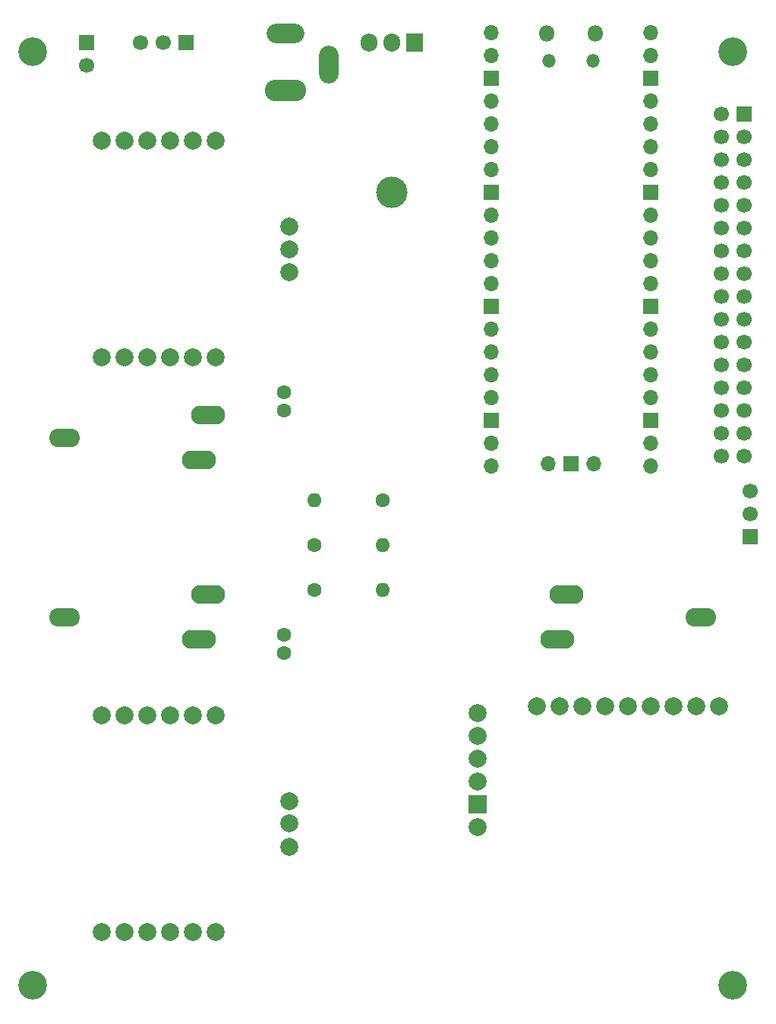
<source format=gbr>
%TF.GenerationSoftware,KiCad,Pcbnew,9.0.2*%
%TF.CreationDate,2025-06-25T22:06:46+02:00*%
%TF.ProjectId,baseboard,62617365-626f-4617-9264-2e6b69636164,rev?*%
%TF.SameCoordinates,Original*%
%TF.FileFunction,Soldermask,Bot*%
%TF.FilePolarity,Negative*%
%FSLAX46Y46*%
G04 Gerber Fmt 4.6, Leading zero omitted, Abs format (unit mm)*
G04 Created by KiCad (PCBNEW 9.0.2) date 2025-06-25 22:06:46*
%MOMM*%
%LPD*%
G01*
G04 APERTURE LIST*
%ADD10C,1.600000*%
%ADD11O,1.600000X1.600000*%
%ADD12R,1.700000X1.700000*%
%ADD13C,1.700000*%
%ADD14C,2.000000*%
%ADD15C,3.200000*%
%ADD16O,1.800000X1.800000*%
%ADD17O,1.500000X1.500000*%
%ADD18O,1.700000X1.700000*%
%ADD19R,2.000000X2.000000*%
%ADD20C,3.500000*%
%ADD21R,1.905000X2.000000*%
%ADD22O,1.905000X2.000000*%
%ADD23O,4.604000X2.404000*%
%ADD24O,4.204000X2.204000*%
%ADD25O,2.204000X4.204000*%
%ADD26O,3.400000X2.100000*%
%ADD27O,3.800000X2.100000*%
G04 APERTURE END LIST*
D10*
%TO.C,R1*%
X183000000Y-74000000D03*
D11*
X175380000Y-74000000D03*
%TD*%
D12*
%TO.C,J4*%
X224000000Y-78080000D03*
D13*
X224000000Y-75540000D03*
X224000000Y-73000000D03*
%TD*%
D14*
%TO.C,ADC1*%
X164350000Y-33935000D03*
X161810000Y-33935000D03*
X159270000Y-33935000D03*
X156730000Y-33935000D03*
X154190000Y-33935000D03*
X151650000Y-33935000D03*
X164350000Y-58065000D03*
X161810000Y-58065000D03*
X159270000Y-58065000D03*
X156730000Y-58065000D03*
X154190000Y-58065000D03*
X151650000Y-58065000D03*
X172630400Y-43485400D03*
X172605000Y-46000000D03*
X172630400Y-48565400D03*
%TD*%
D10*
%TO.C,R2*%
X175380000Y-78950000D03*
D11*
X183000000Y-78950000D03*
%TD*%
D15*
%TO.C,H3*%
X144000000Y-128000000D03*
%TD*%
D12*
%TO.C,J3*%
X223290000Y-30950000D03*
D13*
X220750000Y-30950000D03*
X223290000Y-33490000D03*
X220750000Y-33490000D03*
X223290000Y-36030000D03*
X220750000Y-36030000D03*
X223290000Y-38570000D03*
X220750000Y-38570000D03*
X223290000Y-41110000D03*
X220750000Y-41110000D03*
X223290000Y-43650000D03*
X220750000Y-43650000D03*
X223290000Y-46190000D03*
X220750000Y-46190000D03*
X223290000Y-48730000D03*
X220750000Y-48730000D03*
X223290000Y-51270000D03*
X220750000Y-51270000D03*
X223290000Y-53810000D03*
X220750000Y-53810000D03*
X223290000Y-56350000D03*
X220750000Y-56350000D03*
X223290000Y-58890000D03*
X220750000Y-58890000D03*
X223290000Y-61430000D03*
X220750000Y-61430000D03*
X223290000Y-63970000D03*
X220750000Y-63970000D03*
X223290000Y-66510000D03*
X220750000Y-66510000D03*
X223290000Y-69050000D03*
X220750000Y-69050000D03*
%TD*%
D16*
%TO.C,U1*%
X201275000Y-22000000D03*
D17*
X201575000Y-25030000D03*
X206425000Y-25030000D03*
D16*
X206725000Y-22000000D03*
D18*
X195110000Y-21870000D03*
X195110000Y-24410000D03*
D12*
X195110000Y-26950000D03*
D18*
X195110000Y-29490000D03*
X195110000Y-32030000D03*
X195110000Y-34570000D03*
X195110000Y-37110000D03*
D12*
X195110000Y-39650000D03*
D18*
X195110000Y-42190000D03*
X195110000Y-44730000D03*
X195110000Y-47270000D03*
X195110000Y-49810000D03*
D12*
X195110000Y-52350000D03*
D18*
X195110000Y-54890000D03*
X195110000Y-57430000D03*
X195110000Y-59970000D03*
X195110000Y-62510000D03*
D12*
X195110000Y-65050000D03*
D18*
X195110000Y-67590000D03*
X195110000Y-70130000D03*
X212890000Y-70130000D03*
X212890000Y-67590000D03*
D12*
X212890000Y-65050000D03*
D18*
X212890000Y-62510000D03*
X212890000Y-59970000D03*
X212890000Y-57430000D03*
X212890000Y-54890000D03*
D12*
X212890000Y-52350000D03*
D18*
X212890000Y-49810000D03*
X212890000Y-47270000D03*
X212890000Y-44730000D03*
X212890000Y-42190000D03*
D12*
X212890000Y-39650000D03*
D18*
X212890000Y-37110000D03*
X212890000Y-34570000D03*
X212890000Y-32030000D03*
X212890000Y-29490000D03*
D12*
X212890000Y-26950000D03*
D18*
X212890000Y-24410000D03*
X212890000Y-21870000D03*
X201460000Y-69900000D03*
D12*
X204000000Y-69900000D03*
D18*
X206540000Y-69900000D03*
%TD*%
D10*
%TO.C,C2*%
X172000000Y-89000000D03*
X172000000Y-91000000D03*
%TD*%
D14*
%TO.C,DAC1*%
X193606000Y-97650000D03*
X193606000Y-100190000D03*
X193606000Y-102730000D03*
X193606000Y-105270000D03*
D19*
X193606000Y-107810000D03*
D14*
X193606000Y-110350000D03*
X200210000Y-96888000D03*
X202750000Y-96888000D03*
X205290000Y-96888000D03*
X207830000Y-96888000D03*
X210370000Y-96888000D03*
X212910000Y-96888000D03*
X215450000Y-96888000D03*
X217990000Y-96888000D03*
X220530000Y-96888000D03*
%TD*%
D10*
%TO.C,R3*%
X175380000Y-84000000D03*
D11*
X183000000Y-84000000D03*
%TD*%
D20*
%TO.C,POWER1*%
X184000000Y-39660000D03*
D21*
X186540000Y-23000000D03*
D22*
X184000000Y-23000000D03*
X181460000Y-23000000D03*
%TD*%
D10*
%TO.C,C1*%
X172000000Y-64000000D03*
X172000000Y-62000000D03*
%TD*%
D15*
%TO.C,H2*%
X222000000Y-24000000D03*
%TD*%
%TO.C,H4*%
X222000000Y-128000000D03*
%TD*%
%TO.C,H1*%
X144000000Y-24000000D03*
%TD*%
D14*
%TO.C,ADC2*%
X164350000Y-97935000D03*
X161810000Y-97935000D03*
X159270000Y-97935000D03*
X156730000Y-97935000D03*
X154190000Y-97935000D03*
X151650000Y-97935000D03*
X164350000Y-122065000D03*
X161810000Y-122065000D03*
X159270000Y-122065000D03*
X156730000Y-122065000D03*
X154190000Y-122065000D03*
X151650000Y-122065000D03*
X172630400Y-107485400D03*
X172605000Y-110000000D03*
X172630400Y-112565400D03*
%TD*%
D12*
%TO.C,J1*%
X150000000Y-23000000D03*
D13*
X150000000Y-25540000D03*
%TD*%
D12*
%TO.C,SW1*%
X161080000Y-23000000D03*
D13*
X158540000Y-23000000D03*
X156000000Y-23000000D03*
%TD*%
D23*
%TO.C,J5*%
X172200000Y-28337500D03*
D24*
X172200000Y-22037500D03*
D25*
X177000000Y-25437500D03*
%TD*%
D26*
%TO.C,JACK2*%
X147500000Y-87000000D03*
D27*
X162500000Y-89500000D03*
X163500000Y-84500000D03*
%TD*%
D26*
%TO.C,JACK3*%
X218512500Y-87000000D03*
D27*
X203512500Y-84500000D03*
X202512500Y-89500000D03*
%TD*%
D26*
%TO.C,JACK1*%
X147500000Y-67000000D03*
D27*
X162500000Y-69500000D03*
X163500000Y-64500000D03*
%TD*%
M02*

</source>
